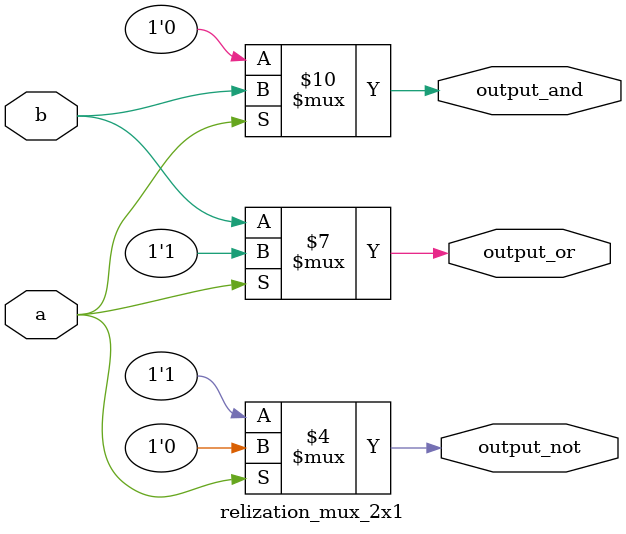
<source format=v>
`timescale 1ns / 1ps


module relization_mux_2x1(a,b,output_and,output_or,output_not);
   input a,b;
   output output_and,output_or,output_not;
   //we use reg to store the output values
   reg output_and,output_or,output_not;
always @(a,b)
     begin
     //we will use a as the select line.
     //Use if-else: as we have only two possibiles either 0 or 1
       if(a==1'b0)
         begin
           output_and = 1'b0;
           output_or = b;
           output_not = 1'b1;
         end
     //else block will be executed when a=1'b1 i.e., 1.
       else
         begin
            output_and = b;
            output_or = 1'b1;
            output_not = 1'b0;
         end
  end
endmodule


</source>
